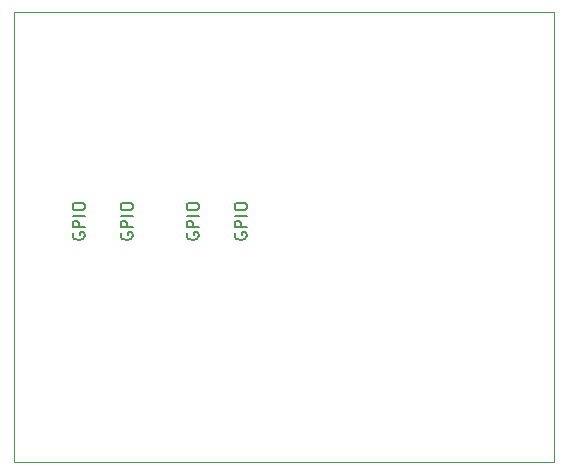
<source format=gbr>
%TF.GenerationSoftware,KiCad,Pcbnew,7.0.9*%
%TF.CreationDate,2023-12-16T14:17:49+09:00*%
%TF.ProjectId,extension,65787465-6e73-4696-9f6e-2e6b69636164,rev?*%
%TF.SameCoordinates,Original*%
%TF.FileFunction,Profile,NP*%
%FSLAX46Y46*%
G04 Gerber Fmt 4.6, Leading zero omitted, Abs format (unit mm)*
G04 Created by KiCad (PCBNEW 7.0.9) date 2023-12-16 14:17:49*
%MOMM*%
%LPD*%
G01*
G04 APERTURE LIST*
%ADD10C,0.150000*%
%TA.AperFunction,Profile*%
%ADD11C,0.100000*%
%TD*%
G04 APERTURE END LIST*
D10*
X102549438Y-69497411D02*
X102501819Y-69592649D01*
X102501819Y-69592649D02*
X102501819Y-69735506D01*
X102501819Y-69735506D02*
X102549438Y-69878363D01*
X102549438Y-69878363D02*
X102644676Y-69973601D01*
X102644676Y-69973601D02*
X102739914Y-70021220D01*
X102739914Y-70021220D02*
X102930390Y-70068839D01*
X102930390Y-70068839D02*
X103073247Y-70068839D01*
X103073247Y-70068839D02*
X103263723Y-70021220D01*
X103263723Y-70021220D02*
X103358961Y-69973601D01*
X103358961Y-69973601D02*
X103454200Y-69878363D01*
X103454200Y-69878363D02*
X103501819Y-69735506D01*
X103501819Y-69735506D02*
X103501819Y-69640268D01*
X103501819Y-69640268D02*
X103454200Y-69497411D01*
X103454200Y-69497411D02*
X103406580Y-69449792D01*
X103406580Y-69449792D02*
X103073247Y-69449792D01*
X103073247Y-69449792D02*
X103073247Y-69640268D01*
X103501819Y-69021220D02*
X102501819Y-69021220D01*
X102501819Y-69021220D02*
X102501819Y-68640268D01*
X102501819Y-68640268D02*
X102549438Y-68545030D01*
X102549438Y-68545030D02*
X102597057Y-68497411D01*
X102597057Y-68497411D02*
X102692295Y-68449792D01*
X102692295Y-68449792D02*
X102835152Y-68449792D01*
X102835152Y-68449792D02*
X102930390Y-68497411D01*
X102930390Y-68497411D02*
X102978009Y-68545030D01*
X102978009Y-68545030D02*
X103025628Y-68640268D01*
X103025628Y-68640268D02*
X103025628Y-69021220D01*
X103501819Y-68021220D02*
X102501819Y-68021220D01*
X102501819Y-67354554D02*
X102501819Y-67164078D01*
X102501819Y-67164078D02*
X102549438Y-67068840D01*
X102549438Y-67068840D02*
X102644676Y-66973602D01*
X102644676Y-66973602D02*
X102835152Y-66925983D01*
X102835152Y-66925983D02*
X103168485Y-66925983D01*
X103168485Y-66925983D02*
X103358961Y-66973602D01*
X103358961Y-66973602D02*
X103454200Y-67068840D01*
X103454200Y-67068840D02*
X103501819Y-67164078D01*
X103501819Y-67164078D02*
X103501819Y-67354554D01*
X103501819Y-67354554D02*
X103454200Y-67449792D01*
X103454200Y-67449792D02*
X103358961Y-67545030D01*
X103358961Y-67545030D02*
X103168485Y-67592649D01*
X103168485Y-67592649D02*
X102835152Y-67592649D01*
X102835152Y-67592649D02*
X102644676Y-67545030D01*
X102644676Y-67545030D02*
X102549438Y-67449792D01*
X102549438Y-67449792D02*
X102501819Y-67354554D01*
X98485438Y-69497411D02*
X98437819Y-69592649D01*
X98437819Y-69592649D02*
X98437819Y-69735506D01*
X98437819Y-69735506D02*
X98485438Y-69878363D01*
X98485438Y-69878363D02*
X98580676Y-69973601D01*
X98580676Y-69973601D02*
X98675914Y-70021220D01*
X98675914Y-70021220D02*
X98866390Y-70068839D01*
X98866390Y-70068839D02*
X99009247Y-70068839D01*
X99009247Y-70068839D02*
X99199723Y-70021220D01*
X99199723Y-70021220D02*
X99294961Y-69973601D01*
X99294961Y-69973601D02*
X99390200Y-69878363D01*
X99390200Y-69878363D02*
X99437819Y-69735506D01*
X99437819Y-69735506D02*
X99437819Y-69640268D01*
X99437819Y-69640268D02*
X99390200Y-69497411D01*
X99390200Y-69497411D02*
X99342580Y-69449792D01*
X99342580Y-69449792D02*
X99009247Y-69449792D01*
X99009247Y-69449792D02*
X99009247Y-69640268D01*
X99437819Y-69021220D02*
X98437819Y-69021220D01*
X98437819Y-69021220D02*
X98437819Y-68640268D01*
X98437819Y-68640268D02*
X98485438Y-68545030D01*
X98485438Y-68545030D02*
X98533057Y-68497411D01*
X98533057Y-68497411D02*
X98628295Y-68449792D01*
X98628295Y-68449792D02*
X98771152Y-68449792D01*
X98771152Y-68449792D02*
X98866390Y-68497411D01*
X98866390Y-68497411D02*
X98914009Y-68545030D01*
X98914009Y-68545030D02*
X98961628Y-68640268D01*
X98961628Y-68640268D02*
X98961628Y-69021220D01*
X99437819Y-68021220D02*
X98437819Y-68021220D01*
X98437819Y-67354554D02*
X98437819Y-67164078D01*
X98437819Y-67164078D02*
X98485438Y-67068840D01*
X98485438Y-67068840D02*
X98580676Y-66973602D01*
X98580676Y-66973602D02*
X98771152Y-66925983D01*
X98771152Y-66925983D02*
X99104485Y-66925983D01*
X99104485Y-66925983D02*
X99294961Y-66973602D01*
X99294961Y-66973602D02*
X99390200Y-67068840D01*
X99390200Y-67068840D02*
X99437819Y-67164078D01*
X99437819Y-67164078D02*
X99437819Y-67354554D01*
X99437819Y-67354554D02*
X99390200Y-67449792D01*
X99390200Y-67449792D02*
X99294961Y-67545030D01*
X99294961Y-67545030D02*
X99104485Y-67592649D01*
X99104485Y-67592649D02*
X98771152Y-67592649D01*
X98771152Y-67592649D02*
X98580676Y-67545030D01*
X98580676Y-67545030D02*
X98485438Y-67449792D01*
X98485438Y-67449792D02*
X98437819Y-67354554D01*
X92897438Y-69497411D02*
X92849819Y-69592649D01*
X92849819Y-69592649D02*
X92849819Y-69735506D01*
X92849819Y-69735506D02*
X92897438Y-69878363D01*
X92897438Y-69878363D02*
X92992676Y-69973601D01*
X92992676Y-69973601D02*
X93087914Y-70021220D01*
X93087914Y-70021220D02*
X93278390Y-70068839D01*
X93278390Y-70068839D02*
X93421247Y-70068839D01*
X93421247Y-70068839D02*
X93611723Y-70021220D01*
X93611723Y-70021220D02*
X93706961Y-69973601D01*
X93706961Y-69973601D02*
X93802200Y-69878363D01*
X93802200Y-69878363D02*
X93849819Y-69735506D01*
X93849819Y-69735506D02*
X93849819Y-69640268D01*
X93849819Y-69640268D02*
X93802200Y-69497411D01*
X93802200Y-69497411D02*
X93754580Y-69449792D01*
X93754580Y-69449792D02*
X93421247Y-69449792D01*
X93421247Y-69449792D02*
X93421247Y-69640268D01*
X93849819Y-69021220D02*
X92849819Y-69021220D01*
X92849819Y-69021220D02*
X92849819Y-68640268D01*
X92849819Y-68640268D02*
X92897438Y-68545030D01*
X92897438Y-68545030D02*
X92945057Y-68497411D01*
X92945057Y-68497411D02*
X93040295Y-68449792D01*
X93040295Y-68449792D02*
X93183152Y-68449792D01*
X93183152Y-68449792D02*
X93278390Y-68497411D01*
X93278390Y-68497411D02*
X93326009Y-68545030D01*
X93326009Y-68545030D02*
X93373628Y-68640268D01*
X93373628Y-68640268D02*
X93373628Y-69021220D01*
X93849819Y-68021220D02*
X92849819Y-68021220D01*
X92849819Y-67354554D02*
X92849819Y-67164078D01*
X92849819Y-67164078D02*
X92897438Y-67068840D01*
X92897438Y-67068840D02*
X92992676Y-66973602D01*
X92992676Y-66973602D02*
X93183152Y-66925983D01*
X93183152Y-66925983D02*
X93516485Y-66925983D01*
X93516485Y-66925983D02*
X93706961Y-66973602D01*
X93706961Y-66973602D02*
X93802200Y-67068840D01*
X93802200Y-67068840D02*
X93849819Y-67164078D01*
X93849819Y-67164078D02*
X93849819Y-67354554D01*
X93849819Y-67354554D02*
X93802200Y-67449792D01*
X93802200Y-67449792D02*
X93706961Y-67545030D01*
X93706961Y-67545030D02*
X93516485Y-67592649D01*
X93516485Y-67592649D02*
X93183152Y-67592649D01*
X93183152Y-67592649D02*
X92992676Y-67545030D01*
X92992676Y-67545030D02*
X92897438Y-67449792D01*
X92897438Y-67449792D02*
X92849819Y-67354554D01*
X88833438Y-69497411D02*
X88785819Y-69592649D01*
X88785819Y-69592649D02*
X88785819Y-69735506D01*
X88785819Y-69735506D02*
X88833438Y-69878363D01*
X88833438Y-69878363D02*
X88928676Y-69973601D01*
X88928676Y-69973601D02*
X89023914Y-70021220D01*
X89023914Y-70021220D02*
X89214390Y-70068839D01*
X89214390Y-70068839D02*
X89357247Y-70068839D01*
X89357247Y-70068839D02*
X89547723Y-70021220D01*
X89547723Y-70021220D02*
X89642961Y-69973601D01*
X89642961Y-69973601D02*
X89738200Y-69878363D01*
X89738200Y-69878363D02*
X89785819Y-69735506D01*
X89785819Y-69735506D02*
X89785819Y-69640268D01*
X89785819Y-69640268D02*
X89738200Y-69497411D01*
X89738200Y-69497411D02*
X89690580Y-69449792D01*
X89690580Y-69449792D02*
X89357247Y-69449792D01*
X89357247Y-69449792D02*
X89357247Y-69640268D01*
X89785819Y-69021220D02*
X88785819Y-69021220D01*
X88785819Y-69021220D02*
X88785819Y-68640268D01*
X88785819Y-68640268D02*
X88833438Y-68545030D01*
X88833438Y-68545030D02*
X88881057Y-68497411D01*
X88881057Y-68497411D02*
X88976295Y-68449792D01*
X88976295Y-68449792D02*
X89119152Y-68449792D01*
X89119152Y-68449792D02*
X89214390Y-68497411D01*
X89214390Y-68497411D02*
X89262009Y-68545030D01*
X89262009Y-68545030D02*
X89309628Y-68640268D01*
X89309628Y-68640268D02*
X89309628Y-69021220D01*
X89785819Y-68021220D02*
X88785819Y-68021220D01*
X88785819Y-67354554D02*
X88785819Y-67164078D01*
X88785819Y-67164078D02*
X88833438Y-67068840D01*
X88833438Y-67068840D02*
X88928676Y-66973602D01*
X88928676Y-66973602D02*
X89119152Y-66925983D01*
X89119152Y-66925983D02*
X89452485Y-66925983D01*
X89452485Y-66925983D02*
X89642961Y-66973602D01*
X89642961Y-66973602D02*
X89738200Y-67068840D01*
X89738200Y-67068840D02*
X89785819Y-67164078D01*
X89785819Y-67164078D02*
X89785819Y-67354554D01*
X89785819Y-67354554D02*
X89738200Y-67449792D01*
X89738200Y-67449792D02*
X89642961Y-67545030D01*
X89642961Y-67545030D02*
X89452485Y-67592649D01*
X89452485Y-67592649D02*
X89119152Y-67592649D01*
X89119152Y-67592649D02*
X88928676Y-67545030D01*
X88928676Y-67545030D02*
X88833438Y-67449792D01*
X88833438Y-67449792D02*
X88785819Y-67354554D01*
D11*
X83820000Y-50800000D02*
X129540000Y-50800000D01*
X83820000Y-88900000D02*
X83820000Y-50800000D01*
X129540000Y-50800000D02*
X129540000Y-88900000D01*
X129540000Y-88900000D02*
X83820000Y-88900000D01*
M02*

</source>
